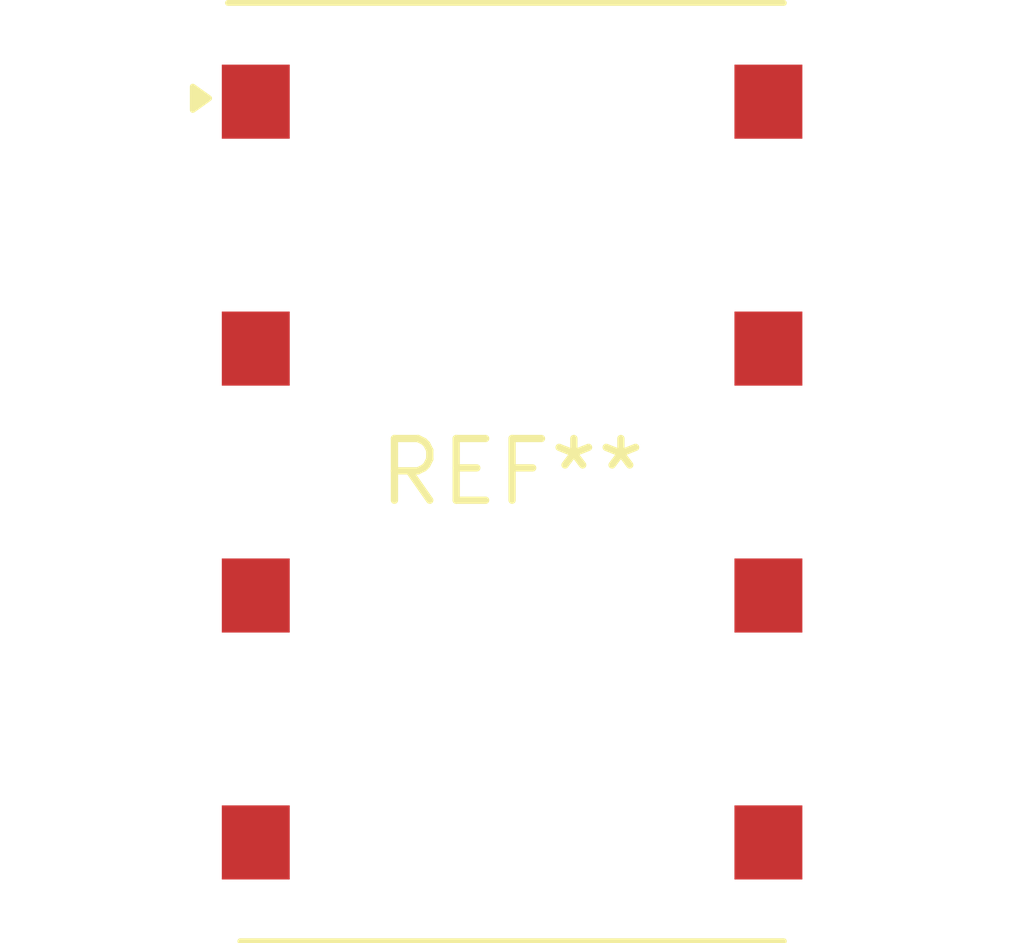
<source format=kicad_pcb>
(kicad_pcb (version 20240108) (generator pcbnew)
  (layers (0 "F.Cu" signal) (31 "B.Cu" signal) (34 "B.Paste" user) (35 "F.Paste" user) (36 "B.SilkS" user "B.Silkscreen") (37 "F.SilkS" user "F.Silkscreen") (38 "B.Mask" user) (39 "F.Mask" user) (44 "Edge.Cuts" user))
  (net 0 "")
  (footprint "Mini-Circuits_HF1139" (layer "F.Cu") (at 0 0)
    (property "Reference" "REF**")
    (property "Value" "Mini-Circuits_HF1139")
    (fp_line (start 5.588 -9.652) (end -5.842 -9.652) (layer "F.SilkS") (stroke (width 0.12)))
    (fp_line (start 5.588 9.652) (end -5.588 9.652) (layer "F.SilkS") (stroke (width 0.12)))
    (fp_poly (pts (xy -6.23 -7.69) (xy -6.566 -7.45) (xy -6.566 -7.93) (xy -6.23 -7.69)) (layer "F.SilkS") (stroke (width 0.12)) (fill solid))
    (pad "1" smd rect (at -5.2705 -7.62 270) (size 1.524 1.397) (layers "F.Cu" "F.Paste" "F.Mask"))
    (pad "2" smd rect (at 5.2705 -7.62 270) (size 1.524 1.397) (layers "F.Cu" "F.Paste" "F.Mask"))
    (pad "3" smd rect (at -5.2705 -2.54 270) (size 1.524 1.397) (layers "F.Cu" "F.Paste" "F.Mask"))
    (pad "4" smd rect (at 5.2705 -2.54 270) (size 1.524 1.397) (layers "F.Cu" "F.Paste" "F.Mask"))
    (pad "5" smd rect (at -5.2705 2.54 270) (size 1.524 1.397) (layers "F.Cu" "F.Paste" "F.Mask"))
    (pad "6" smd rect (at 5.2705 2.54 270) (size 1.524 1.397) (layers "F.Cu" "F.Paste" "F.Mask"))
    (pad "7" smd rect (at -5.2705 7.62 270) (size 1.524 1.397) (layers "F.Cu" "F.Paste" "F.Mask"))
    (pad "8" smd rect (at 5.2705 7.62 270) (size 1.524 1.397) (layers "F.Cu" "F.Paste" "F.Mask"))
  )
)
</source>
